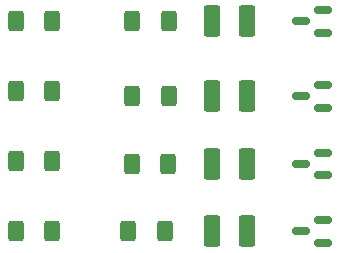
<source format=gbr>
%TF.GenerationSoftware,KiCad,Pcbnew,(6.0.4)*%
%TF.CreationDate,2022-05-05T20:35:18-04:00*%
%TF.ProjectId,mainboard,6d61696e-626f-4617-9264-2e6b69636164,0.0*%
%TF.SameCoordinates,Original*%
%TF.FileFunction,Paste,Top*%
%TF.FilePolarity,Positive*%
%FSLAX46Y46*%
G04 Gerber Fmt 4.6, Leading zero omitted, Abs format (unit mm)*
G04 Created by KiCad (PCBNEW (6.0.4)) date 2022-05-05 20:35:18*
%MOMM*%
%LPD*%
G01*
G04 APERTURE LIST*
G04 Aperture macros list*
%AMRoundRect*
0 Rectangle with rounded corners*
0 $1 Rounding radius*
0 $2 $3 $4 $5 $6 $7 $8 $9 X,Y pos of 4 corners*
0 Add a 4 corners polygon primitive as box body*
4,1,4,$2,$3,$4,$5,$6,$7,$8,$9,$2,$3,0*
0 Add four circle primitives for the rounded corners*
1,1,$1+$1,$2,$3*
1,1,$1+$1,$4,$5*
1,1,$1+$1,$6,$7*
1,1,$1+$1,$8,$9*
0 Add four rect primitives between the rounded corners*
20,1,$1+$1,$2,$3,$4,$5,0*
20,1,$1+$1,$4,$5,$6,$7,0*
20,1,$1+$1,$6,$7,$8,$9,0*
20,1,$1+$1,$8,$9,$2,$3,0*%
G04 Aperture macros list end*
%ADD10RoundRect,0.250001X0.462499X1.074999X-0.462499X1.074999X-0.462499X-1.074999X0.462499X-1.074999X0*%
%ADD11RoundRect,0.250000X0.400000X0.625000X-0.400000X0.625000X-0.400000X-0.625000X0.400000X-0.625000X0*%
%ADD12RoundRect,0.150000X0.587500X0.150000X-0.587500X0.150000X-0.587500X-0.150000X0.587500X-0.150000X0*%
%ADD13RoundRect,0.250000X-0.400000X-0.625000X0.400000X-0.625000X0.400000X0.625000X-0.400000X0.625000X0*%
G04 APERTURE END LIST*
D10*
%TO.C,D1*%
X100547500Y-62230000D03*
X97572500Y-62230000D03*
%TD*%
%TO.C,D3*%
X100547500Y-74295000D03*
X97572500Y-74295000D03*
%TD*%
%TO.C,D2*%
X100547500Y-68580000D03*
X97572500Y-68580000D03*
%TD*%
%TO.C,D4*%
X100547500Y-80010000D03*
X97572500Y-80010000D03*
%TD*%
D11*
%TO.C,R6*%
X84100000Y-80010000D03*
X81000000Y-80010000D03*
%TD*%
D12*
%TO.C,Q1*%
X106982500Y-63180000D03*
X106982500Y-61280000D03*
X105107500Y-62230000D03*
%TD*%
D11*
%TO.C,R4*%
X84100000Y-74083332D03*
X81000000Y-74083332D03*
%TD*%
D12*
%TO.C,Q2*%
X106982500Y-69530000D03*
X106982500Y-67630000D03*
X105107500Y-68580000D03*
%TD*%
D13*
%TO.C,R7*%
X90805000Y-74295000D03*
X93905000Y-74295000D03*
%TD*%
D12*
%TO.C,Q4*%
X106982500Y-80960000D03*
X106982500Y-79060000D03*
X105107500Y-80010000D03*
%TD*%
D13*
%TO.C,R5*%
X90880000Y-68580000D03*
X93980000Y-68580000D03*
%TD*%
D11*
%TO.C,R2*%
X84100000Y-68156666D03*
X81000000Y-68156666D03*
%TD*%
%TO.C,R1*%
X84100000Y-62230000D03*
X81000000Y-62230000D03*
%TD*%
D13*
%TO.C,R8*%
X90525000Y-80010000D03*
X93625000Y-80010000D03*
%TD*%
D12*
%TO.C,Q3*%
X106982500Y-75245000D03*
X106982500Y-73345000D03*
X105107500Y-74295000D03*
%TD*%
D13*
%TO.C,R3*%
X90880000Y-62230000D03*
X93980000Y-62230000D03*
%TD*%
M02*

</source>
